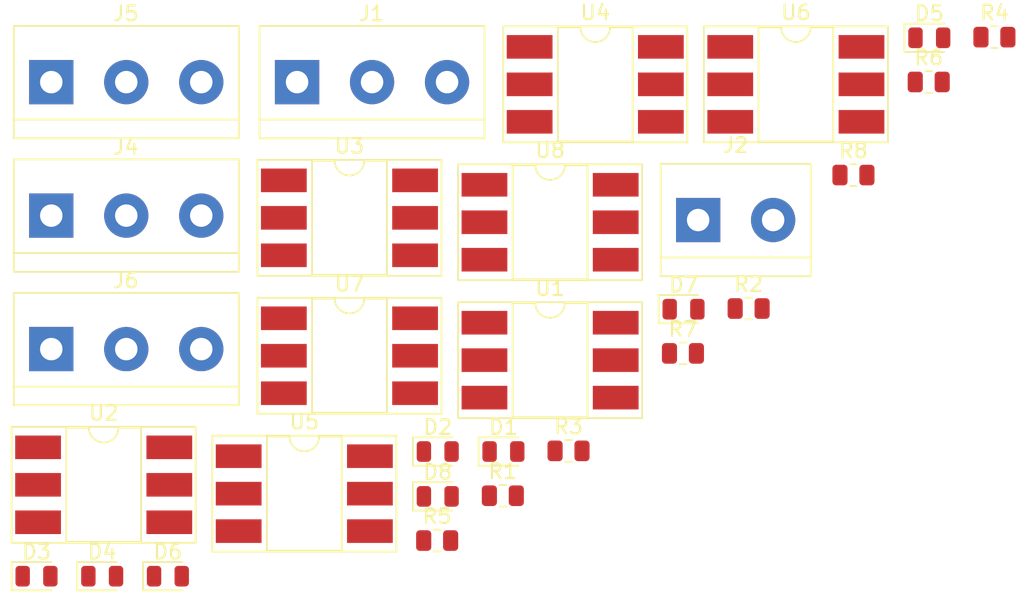
<source format=kicad_pcb>
(kicad_pcb (version 20211014) (generator pcbnew)
  (layers (0 "F.Cu" signal) (31 "B.Cu" signal) (34 "B.Paste" user) (35 "F.Paste" user) (36 "B.SilkS" user "B.Silkscreen") (37 "F.SilkS" user "F.Silkscreen") (38 "B.Mask" user) (39 "F.Mask" user) (44 "Edge.Cuts" user))
  (net 0 "")
  (net 1 "Net-(D1-Pad1)")
  (net 2 "Net-(D1-Pad2)")
  (net 3 "Net-(D2-Pad1)")
  (net 4 "Net-(D2-Pad2)")
  (net 5 "Net-(D3-Pad1)")
  (net 6 "Net-(D3-Pad2)")
  (net 7 "Net-(D4-Pad1)")
  (net 8 "Net-(D4-Pad2)")
  (net 9 "Net-(D5-Pad1)")
  (net 10 "Net-(D5-Pad2)")
  (net 11 "Net-(D6-Pad1)")
  (net 12 "Net-(D6-Pad2)")
  (net 13 "Net-(D7-Pad1)")
  (net 14 "Net-(D7-Pad2)")
  (net 15 "Net-(D8-Pad1)")
  (net 16 "Net-(D8-Pad2)")
  (net 17 "Net-(J1-Pad1)")
  (net 18 "Net-(J1-Pad2)")
  (net 19 "Net-(J1-Pad3)")
  (net 20 "Net-(J2-Pad1)")
  (net 21 "Net-(J2-Pad2)")
  (net 22 "Net-(J5-Pad1)")
  (net 23 "Net-(J5-Pad2)")
  (net 24 "Net-(J6-Pad1)")
  (net 25 "Net-(J6-Pad2)")
  (net 26 "Net-(J4-Pad1)")
  (net 27 "Net-(J4-Pad2)")
  (net 28 "Net-(R1-Pad1)")
  (net 29 "Net-(R2-Pad1)")
  (net 30 "Net-(R3-Pad1)")
  (net 31 "Net-(R4-Pad1)")
  (net 32 "Net-(R5-Pad1)")
  (net 33 "Net-(R6-Pad1)")
  (net 34 "Net-(R7-Pad1)")
  (net 35 "Net-(R8-Pad1)")
  (net 52 "Net-(J4-Pad3)")
  (net 53 "Net-(J5-Pad3)")
  (net 54 "Net-(J6-Pad3)")
  (footprint "TerminalBlock:TerminalBlock_bornier-3_P5.08mm" (layer "F.Cu") (at 131.93 61.315)
    (fp_text reference "J5" (at 5.05 -4.65) (layer "F.SilkS"))
    (fp_text value "Screw_Terminal_01x03")
    (fp_line (start -2.54 3.81) (end 12.7 3.81) (layer "F.SilkS") (width 0.12))
    (fp_line (start -2.54 3.81) (end -2.54 -3.81) (layer "F.SilkS") (width 0.12))
    (fp_line (start -2.54 -3.81) (end 12.7 -3.81) (layer "F.SilkS") (width 0.12))
    (fp_line (start -2.54 2.54) (end 12.7 2.54) (layer "F.SilkS") (width 0.12))
    (fp_line (start 12.7 3.81) (end 12.7 -3.81) (layer "F.SilkS") (width 0.12))
    (pad "1" thru_hole rect (at 0 0) (size 3 3) (drill 1.52) (layers *.Cu *.Mask) (net 22 "Net-(J5-Pad1)"))
    (pad "2" thru_hole circle (at 5.08 0) (size 3 3) (drill 1.52) (layers *.Cu *.Mask) (net 23 "Net-(J5-Pad2)"))
    (pad "3" thru_hole circle (at 10.16 0) (size 3 3) (drill 1.52) (layers *.Cu *.Mask) (net 53 "Net-(J5-Pad3)"))
  )
  (footprint "Package_DIP:DIP-6_W8.89mm_SMDSocket_LongPads" (layer "F.Cu") (at 149.07 89.215)
    (fp_text reference "U5" (at 0 -4.87) (layer "F.SilkS"))
    (fp_text value "MOC3021M")
    (fp_line (start -6.235 -3.93) (end -6.235 3.93) (layer "F.SilkS") (width 0.12))
    (fp_line (start -2.535 3.87) (end 2.535 3.87) (layer "F.SilkS") (width 0.12))
    (fp_line (start 6.235 3.93) (end 6.235 -3.93) (layer "F.SilkS") (width 0.12))
    (fp_line (start 2.535 -3.87) (end 1 -3.87) (layer "F.SilkS") (width 0.12))
    (fp_line (start -1 -3.87) (end -2.535 -3.87) (layer "F.SilkS") (width 0.12))
    (fp_line (start -2.535 -3.87) (end -2.535 3.87) (layer "F.SilkS") (width 0.12))
    (fp_line (start 2.535 3.87) (end 2.535 -3.87) (layer "F.SilkS") (width 0.12))
    (fp_line (start 6.235 -3.93) (end -6.235 -3.93) (layer "F.SilkS") (width 0.12))
    (fp_line (start -6.235 3.93) (end 6.235 3.93) (layer "F.SilkS") (width 0.12))
    (fp_arc (start 1 -3.87) (mid 0 -2.87) (end -1 -3.87) (layer "F.SilkS") (width 0.12))
    (pad "1" smd rect (at -4.445 -2.54) (size 3.1 1.6) (layers "F.Cu" "F.Paste" "F.Mask") (net 32 "Net-(R5-Pad1)"))
    (pad "2" smd rect (at -4.445 0) (size 3.1 1.6) (layers "F.Cu" "F.Paste" "F.Mask") (net 21 "Net-(J2-Pad2)"))
    (pad "3" smd rect (at -4.445 2.54) (size 3.1 1.6) (layers "F.Cu" "F.Paste" "F.Mask"))
    (pad "4" smd rect (at 4.445 2.54) (size 3.1 1.6) (layers "F.Cu" "F.Paste" "F.Mask") (net 53 "Net-(J5-Pad3)"))
    (pad "5" smd rect (at 4.445 0) (size 3.1 1.6) (layers "F.Cu" "F.Paste" "F.Mask"))
    (pad "6" smd rect (at 4.445 -2.54) (size 3.1 1.6) (layers "F.Cu" "F.Paste" "F.Mask") (net 22 "Net-(J5-Pad1)"))
  )
  (footprint "TerminalBlock:TerminalBlock_bornier-3_P5.08mm" (layer "F.Cu") (at 148.58 61.315)
    (fp_text reference "J1" (at 5.05 -4.65) (layer "F.SilkS"))
    (fp_text value "Screw_Terminal_01x03")
    (fp_line (start -2.54 2.54) (end 12.7 2.54) (layer "F.SilkS") (width 0.12))
    (fp_line (start 12.7 3.81) (end 12.7 -3.81) (layer "F.SilkS") (width 0.12))
    (fp_line (start -2.54 3.81) (end 12.7 3.81) (layer "F.SilkS") (width 0.12))
    (fp_line (start -2.54 3.81) (end -2.54 -3.81) (layer "F.SilkS") (width 0.12))
    (fp_line (start -2.54 -3.81) (end 12.7 -3.81) (layer "F.SilkS") (width 0.12))
    (pad "1" thru_hole rect (at 0 0) (size 3 3) (drill 1.52) (layers *.Cu *.Mask) (net 17 "Net-(J1-Pad1)"))
    (pad "2" thru_hole circle (at 5.08 0) (size 3 3) (drill 1.52) (layers *.Cu *.Mask) (net 18 "Net-(J1-Pad2)"))
    (pad "3" thru_hole circle (at 10.16 0) (size 3 3) (drill 1.52) (layers *.Cu *.Mask) (net 19 "Net-(J1-Pad3)"))
  )
  (footprint "LED_SMD:LED_0805_2012Metric" (layer "F.Cu") (at 130.93 94.81)
    (fp_text reference "D3" (at 0 -1.65) (layer "F.SilkS"))
    (fp_text value "LED")
    (fp_line (start -1.685 -0.96) (end -1.685 0.96) (layer "F.SilkS") (width 0.12))
    (fp_line (start -1.685 0.96) (end 1 0.96) (layer "F.SilkS") (width 0.12))
    (fp_line (start 1 -0.96) (end -1.685 -0.96) (layer "F.SilkS") (width 0.12))
    (pad "1" smd roundrect (at -0.9375 0) (size 0.975 1.4) (layers "F.Cu" "F.Paste" "F.Mask") (net 5 "Net-(D3-Pad1)"))
    (pad "2" smd roundrect (at 0.9375 0) (size 0.975 1.4) (layers "F.Cu" "F.Paste" "F.Mask") (net 6 "Net-(D3-Pad2)"))
  )
  (footprint "Package_DIP:DIP-6_W8.89mm_SMDSocket_LongPads" (layer "F.Cu") (at 165.72 80.165)
    (fp_text reference "U1" (at 0 -4.87) (layer "F.SilkS"))
    (fp_text value "MOC3021M")
    (fp_line (start -6.235 3.93) (end 6.235 3.93) (layer "F.SilkS") (width 0.12))
    (fp_line (start -2.535 3.87) (end 2.535 3.87) (layer "F.SilkS") (width 0.12))
    (fp_line (start -6.235 -3.93) (end -6.235 3.93) (layer "F.SilkS") (width 0.12))
    (fp_line (start 2.535 3.87) (end 2.535 -3.87) (layer "F.SilkS") (width 0.12))
    (fp_line (start 6.235 3.93) (end 6.235 -3.93) (layer "F.SilkS") (width 0.12))
    (fp_line (start -1 -3.87) (end -2.535 -3.87) (layer "F.SilkS") (width 0.12))
    (fp_line (start 6.235 -3.93) (end -6.235 -3.93) (layer "F.SilkS") (width 0.12))
    (fp_line (start -2.535 -3.87) (end -2.535 3.87) (layer "F.SilkS") (width 0.12))
    (fp_line (start 2.535 -3.87) (end 1 -3.87) (layer "F.SilkS") (width 0.12))
    (fp_arc (start 1 -3.87) (mid 0 -2.87) (end -1 -3.87) (layer "F.SilkS") (width 0.12))
    (pad "1" smd rect (at -4.445 -2.54) (size 3.1 1.6) (layers "F.Cu" "F.Paste" "F.Mask") (net 28 "Net-(R1-Pad1)"))
    (pad "2" smd rect (at -4.445 0) (size 3.1 1.6) (layers "F.Cu" "F.Paste" "F.Mask") (net 21 "Net-(J2-Pad2)"))
    (pad "3" smd rect (at -4.445 2.54) (size 3.1 1.6) (layers "F.Cu" "F.Paste" "F.Mask"))
    (pad "4" smd rect (at 4.445 2.54) (size 3.1 1.6) (layers "F.Cu" "F.Paste" "F.Mask") (net 19 "Net-(J1-Pad3)"))
    (pad "5" smd rect (at 4.445 0) (size 3.1 1.6) (layers "F.Cu" "F.Paste" "F.Mask"))
    (pad "6" smd rect (at 4.445 -2.54) (size 3.1 1.6) (layers "F.Cu" "F.Paste" "F.Mask") (net 17 "Net-(J1-Pad1)"))
  )
  (footprint "Resistor_SMD:R_0805_2012Metric" (layer "F.Cu") (at 195.82 58.265)
    (fp_text reference "R4" (at 0 -1.65) (layer "F.SilkS"))
    (fp_text value "R_US")
    (fp_line (start -0.227064 0.735) (end 0.227064 0.735) (layer "F.SilkS") (width 0.12))
    (fp_line (start -0.227064 -0.735) (end 0.227064 -0.735) (layer "F.SilkS") (width 0.12))
    (pad "1" smd roundrect (at -0.9125 0) (size 1.025 1.4) (layers "F.Cu" "F.Paste" "F.Mask") (roundrect_rratio 0.243902) (net 31 "Net-(R4-Pad1)"))
    (pad "2" smd roundrect (at 0.9125 0) (size 1.025 1.4) (layers "F.Cu" "F.Paste" "F.Mask") (roundrect_rratio 0.243902) (net 7 "Net-(D4-Pad1)"))
  )
  (footprint "Resistor_SMD:R_0805_2012Metric" (layer "F.Cu") (at 162.52 89.355)
    (fp_text reference "R1" (at 0 -1.65) (layer "F.SilkS"))
    (fp_text value "R_US")
    (fp_line (start -0.227064 0.735) (end 0.227064 0.735) (layer "F.SilkS") (width 0.12))
    (fp_line (start -0.227064 -0.735) (end 0.227064 -0.735) (layer "F.SilkS") (width 0.12))
    (pad "1" smd roundrect (at -0.9125 0) (size 1.025 1.4) (layers "F.Cu" "F.Paste" "F.Mask") (roundrect_rratio 0.243902) (net 28 "Net-(R1-Pad1)"))
    (pad "2" smd roundrect (at 0.9125 0) (size 1.025 1.4) (layers "F.Cu" "F.Paste" "F.Mask") (roundrect_rratio 0.243902) (net 1 "Net-(D1-Pad1)"))
  )
  (footprint "LED_SMD:LED_0805_2012Metric" (layer "F.Cu") (at 158.11 86.36)
    (fp_text reference "D2" (at 0 -1.65) (layer "F.SilkS"))
    (fp_text value "LED")
    (fp_line (start -1.685 0.96) (end 1 0.96) (layer "F.SilkS") (width 0.12))
    (fp_line (start 1 -0.96) (end -1.685 -0.96) (layer "F.SilkS") (width 0.12))
    (fp_line (start -1.685 -0.96) (end -1.685 0.96) (layer "F.SilkS") (width 0.12))
    (pad "1" smd roundrect (at -0.9375 0) (size 0.975 1.4) (layers "F.Cu" "F.Paste" "F.Mask") (net 3 "Net-(D2-Pad1)"))
    (pad "2" smd roundrect (at 0.9375 0) (size 0.975 1.4) (layers "F.Cu" "F.Paste" "F.Mask") (net 4 "Net-(D2-Pad2)"))
  )
  (footprint "Package_DIP:DIP-6_W8.89mm_SMDSocket_LongPads" (layer "F.Cu") (at 152.13 70.515)
    (fp_text reference "U3" (at 0 -4.87) (layer "F.SilkS"))
    (fp_text value "MOC3021M")
    (fp_line (start -2.535 3.87) (end 2.535 3.87) (layer "F.SilkS") (width 0.12))
    (fp_line (start 2.535 3.87) (end 2.535 -3.87) (layer "F.SilkS") (width 0.12))
    (fp_line (start 2.535 -3.87) (end 1 -3.87) (layer "F.SilkS") (width 0.12))
    (fp_line (start 6.235 3.93) (end 6.235 -3.93) (layer "F.SilkS") (width 0.12))
    (fp_line (start -1 -3.87) (end -2.535 -3.87) (layer "F.SilkS") (width 0.12))
    (fp_line (start -6.235 -3.93) (end -6.235 3.93) (layer "F.SilkS") (width 0.12))
    (fp_line (start 6.235 -3.93) (end -6.235 -3.93) (layer "F.SilkS") (width 0.12))
    (fp_line (start -2.535 -3.87) (end -2.535 3.87) (layer "F.SilkS") (width 0.12))
    (fp_line (start -6.235 3.93) (end 6.235 3.93) (layer "F.SilkS") (width 0.12))
    (fp_arc (start 1 -3.87) (mid 0 -2.87) (end -1 -3.87) (layer "F.SilkS") (width 0.12))
    (pad "1" smd rect (at -4.445 -2.54) (size 3.1 1.6) (layers "F.Cu" "F.Paste" "F.Mask") (net 30 "Net-(R3-Pad1)"))
    (pad "2" smd rect (at -4.445 0) (size 3.1 1.6) (layers "F.Cu" "F.Paste" "F.Mask") (net 21 "Net-(J2-Pad2)"))
    (pad "3" smd rect (at -4.445 2.54) (size 3.1 1.6) (layers "F.Cu" "F.Paste" "F.Mask"))
    (pad "4" smd rect (at 4.445 2.54) (size 3.1 1.6) (layers "F.Cu" "F.Paste" "F.Mask") (net 52 "Net-(J4-Pad3)"))
    (pad "5" smd rect (at 4.445 0) (size 3.1 1.6) (layers "F.Cu" "F.Paste" "F.Mask"))
    (pad "6" smd rect (at 4.445 -2.54) (size 3.1 1.6) (layers "F.Cu" "F.Paste" "F.Mask") (net 26 "Net-(J4-Pad1)"))
  )
  (footprint "Resistor_SMD:R_0805_2012Metric" (layer "F.Cu") (at 166.97 86.315)
    (fp_text reference "R3" (at 0 -1.65) (layer "F.SilkS"))
    (fp_text value "R_US")
    (fp_line (start -0.227064 -0.735) (end 0.227064 -0.735) (layer "F.SilkS") (width 0.12))
    (fp_line (start -0.227064 0.735) (end 0.227064 0.735) (layer "F.SilkS") (width 0.12))
    (pad "1" smd roundrect (at -0.9125 0) (size 1.025 1.4) (layers "F.Cu" "F.Paste" "F.Mask") (roundrect_rratio 0.243902) (net 30 "Net-(R3-Pad1)"))
    (pad "2" smd roundrect (at 0.9125 0) (size 1.025 1.4) (layers "F.Cu" "F.Paste" "F.Mask") (roundrect_rratio 0.243902) (net 5 "Net-(D3-Pad1)"))
  )
  (footprint "LED_SMD:LED_0805_2012Metric" (layer "F.Cu") (at 174.76 76.71)
    (fp_text reference "D7" (at 0 -1.65) (layer "F.SilkS"))
    (fp_text value "LED")
    (fp_line (start -1.685 0.96) (end 1 0.96) (layer "F.SilkS") (width 0.12))
    (fp_line (start -1.685 -0.96) (end -1.685 0.96) (layer "F.SilkS") (width 0.12))
    (fp_line (start 1 -0.96) (end -1.685 -0.96) (layer "F.SilkS") (width 0.12))
    (pad "1" smd roundrect (at -0.9375 0) (size 0.975 1.4) (layers "F.Cu" "F.Paste" "F.Mask") (net 13 "Net-(D7-Pad1)"))
    (pad "2" smd roundrect (at 0.9375 0) (size 0.975 1.4) (layers "F.Cu" "F.Paste" "F.Mask") (net 14 "Net-(D7-Pad2)"))
  )
  (footprint "LED_SMD:LED_0805_2012Metric" (layer "F.Cu") (at 162.56 86.36)
    (fp_text reference "D1" (at 0 -1.65) (layer "F.SilkS"))
    (fp_text value "LED")
    (fp_line (start -1.685 -0.96) (end -1.685 0.96) (layer "F.SilkS") (width 0.12))
    (fp_line (start -1.685 0.96) (end 1 0.96) (layer "F.SilkS") (width 0.12))
    (fp_line (start 1 -0.96) (end -1.685 -0.96) (layer "F.SilkS") (width 0.12))
    (pad "1" smd roundrect (at -0.9375 0) (size 0.975 1.4) (layers "F.Cu" "F.Paste" "F.Mask") (net 1 "Net-(D1-Pad1)"))
    (pad "2" smd roundrect (at 0.9375 0) (size 0.975 1.4) (layers "F.Cu" "F.Paste" "F.Mask") (net 2 "Net-(D1-Pad2)"))
  )
  (footprint "LED_SMD:LED_0805_2012Metric" (layer "F.Cu") (at 139.83 94.81)
    (fp_text reference "D6" (at 0 -1.65) (layer "F.SilkS"))
    (fp_text value "LED")
    (fp_line (start -1.685 0.96) (end 1 0.96) (layer "F.SilkS") (width 0.12))
    (fp_line (start 1 -0.96) (end -1.685 -0.96) (layer "F.SilkS") (width 0.12))
    (fp_line (start -1.685 -0.96) (end -1.685 0.96) (layer "F.SilkS") (width 0.12))
    (pad "1" smd roundrect (at -0.9375 0) (size 0.975 1.4) (layers "F.Cu" "F.Paste" "F.Mask") (net 11 "Net-(D6-Pad1)"))
    (pad "2" smd roundrect (at 0.9375 0) (size 0.975 1.4) (layers "F.Cu" "F.Paste" "F.Mask") (net 12 "Net-(D6-Pad2)"))
  )
  (footprint "TerminalBlock:TerminalBlock_bornier-2_P5.08mm" (layer "F.Cu") (at 175.75 70.665)
    (fp_text reference "J2" (at 2.54 -5.08) (layer "F.SilkS"))
    (fp_text value "Screw_Terminal_01x02")
    (fp_line (start -2.54 -3.81) (end -2.54 3.81) (layer "F.SilkS") (width 0.12))
    (fp_line (start 7.62 3.81) (end 7.62 -3.81) (layer "F.SilkS") (width 0.12))
    (fp_line (start 7.62 -3.81) (end -2.54 -3.81) (layer "F.SilkS") (width 0.12))
    (fp_line (start 7.62 2.54) (end -2.54 2.54) (layer "F.SilkS") (width 0.12))
    (fp_line (start -2.54 3.81) (end 7.62 3.81) (layer "F.SilkS") (width 0.12))
    (pad "1" thru_hole rect (at 0 0) (size 3 3) (drill 1.52) (layers *.Cu *.Mask) (net 20 "Net-(J2-Pad1)"))
    (pad "2" thru_hole circle (at 5.08 0) (size 3 3) (drill 1.52) (layers *.Cu *.Mask) (net 21 "Net-(J2-Pad2)"))
  )
  (footprint "Resistor_SMD:R_0805_2012Metric" (layer "F.Cu") (at 158.07 92.395)
    (fp_text reference "R5" (at 0 -1.65) (layer "F.SilkS"))
    (fp_text value "R_US")
    (fp_line (start -0.227064 0.735) (end 0.227064 0.735) (layer "F.SilkS") (width 0.12))
    (fp_line (start -0.227064 -0.735) (end 0.227064 -0.735) (layer "F.SilkS") (width 0.12))
    (pad "1" smd roundrect (at -0.9125 0) (size 1.025 1.4) (layers "F.Cu" "F.Paste" "F.Mask") (roundrect_rratio 0.243902) (net 32 "Net-(R5-Pad1)"))
    (pad "2" smd roundrect (at 0.9125 0) (size 1.025 1.4) (layers "F.Cu" "F.Paste" "F.Mask") (roundrect_rratio 0.243902) (net 9 "Net-(D5-Pad1)"))
  )
  (footprint "LED_SMD:LED_0805_2012Metric" (layer "F.Cu") (at 135.38 94.81)
    (fp_text reference "D4" (at 0 -1.65) (layer "F.SilkS"))
    (fp_text value "LED")
    (fp_line (start 1 -0.96) (end -1.685 -0.96) (layer "F.SilkS") (width 0.12))
    (fp_line (start -1.685 0.96) (end 1 0.96) (layer "F.SilkS") (width 0.12))
    (fp_line (start -1.685 -0.96) (end -1.685 0.96) (layer "F.SilkS") (width 0.12))
    (pad "1" smd roundrect (at -0.9375 0) (size 0.975 1.4) (layers "F.Cu" "F.Paste" "F.Mask") (net 7 "Net-(D4-Pad1)"))
    (pad "2" smd roundrect (at 0.9375 0) (size 0.975 1.4) (layers "F.Cu" "F.Paste" "F.Mask") (net 8 "Net-(D4-Pad2)"))
  )
  (footprint "TerminalBlock:TerminalBlock_bornier-3_P5.08mm" (layer "F.Cu") (at 131.93 79.415)
    (fp_text reference "J6" (at 5.05 -4.65) (layer "F.SilkS"))
    (fp_text value "Screw_Terminal_01x03")
    (fp_line (start -2.54 3.81) (end 12.7 3.81) (layer "F.SilkS") (width 0.12))
    (fp_line (start -2.54 3.81) (end -2.54 -3.81) (layer "F.SilkS") (width 0.12))
    (fp_line (start -2.54 2.54) (end 12.7 2.54) (layer "F.SilkS") (width 0.12))
    (fp_line (start 12.7 3.81) (end 12.7 -3.81) (layer "F.SilkS") (width 0.12))
    (fp_line (start -2.54 -3.81) (end 12.7 -3.81) (layer "F.SilkS") (width 0.12))
    (pad "1" thru_hole rect (at 0 0) (size 3 3) (drill 1.52) (layers *.Cu *.Mask) (net 24 "Net-(J6-Pad1)"))
    (pad "2" thru_hole circle (at 5.08 0) (size 3 3) (drill 1.52) (layers *.Cu *.Mask) (net 25 "Net-(J6-Pad2)"))
    (pad "3" thru_hole circle (at 10.16 0) (size 3 3) (drill 1.52) (layers *.Cu *.Mask) (net 54 "Net-(J6-Pad3)"))
  )
  (footprint "Package_DIP:DIP-6_W8.89mm_SMDSocket_LongPads" (layer "F.Cu") (at 182.37 61.465)
    (fp_text reference "U6" (at 0 -4.87) (layer "F.SilkS"))
    (fp_text value "MOC3021M")
    (fp_line (start 2.535 3.87) (end 2.535 -3.87) (layer "F.SilkS") (width 0.12))
    (fp_line (start -6.235 3.93) (end 6.235 3.93) (layer "F.SilkS") (width 0.12))
    (fp_line (start 6.235 3.93) (end 6.235 -3.93) (layer "F.SilkS") (width 0.12))
    (fp_line (start 6.235 -3.93) (end -6.235 -3.93) (layer "F.SilkS") (width 0.12))
    (fp_line (start 2.535 -3.87) (end 1 -3.87) (layer "F.SilkS") (width 0.12))
    (fp_line (start -1 -3.87) (end -2.535 -3.87) (layer "F.SilkS") (width 0.12))
    (fp_line (start -2.535 -3.87) (end -2.535 3.87) (layer "F.SilkS") (width 0.12))
    (fp_line (start -6.235 -3.93) (end -6.235 3.93) (layer "F.SilkS") (width 0.12))
    (fp_line (start -2.535 3.87) (end 2.535 3.87) (layer "F.SilkS") (width 0.12))
    (fp_arc (start 1 -3.87) (mid 0 -2.87) (end -1 -3.87) (layer "F.SilkS") (width 0.12))
    (pad "1" smd rect (at -4.445 -2.54) (size 3.1 1.6) (layers "F.Cu" "F.Paste" "F.Mask") (net 33 "Net-(R6-Pad1)"))
    (pad "2" smd rect (at -4.445 0) (size 3.1 1.6) (layers "F.Cu" "F.Paste" "F.Mask") (net 21 "Net-(J2-Pad2)"))
    (pad "3" smd rect (at -4.445 2.54) (size 3.1 1.6) (layers "F.Cu" "F.Paste" "F.Mask"))
    (pad "4" smd rect (at 4.445 2.54) (size 3.1 1.6) (layers "F.Cu" "F.Paste" "F.Mask") (net 53 "Net-(J5-Pad3)"))
    (pad "5" smd rect (at 4.445 0) (size 3.1 1.6) (layers "F.Cu" "F.Paste" "F.Mask"))
    (pad "6" smd rect (at 4.445 -2.54) (size 3.1 1.6) (layers "F.Cu" "F.Paste" "F.Mask") (net 23 "Net-(J5-Pad2)"))
  )
  (footprint "Resistor_SMD:R_0805_2012Metric" (layer "F.Cu") (at 186.27 67.615)
    (fp_text reference "R8" (at 0 -1.65) (layer "F.SilkS"))
    (fp_text value "R_US")
    (fp_line (start -0.227064 -0.735) (end 0.227064 -0.735) (layer "F.SilkS") (width 0.12))
    (fp_line (start -0.227064 0.735) (end 0.227064 0.735) (layer "F.SilkS") (width 0.12))
    (pad "1" smd roundrect (at -0.9125 0) (size 1.025 1.4) (layers "F.Cu" "F.Paste" "F.Mask") (roundrect_rratio 0.243902) (net 35 "Net-(R8-Pad1)"))
    (pad "2" smd roundrect (at 0.9125 0) (size 1.025 1.4) (layers "F.Cu" "F.Paste" "F.Mask") (roundrect_rratio 0.243902) (net 15 "Net-(D8-Pad1)"))
  )
  (footprint "Package_DIP:DIP-6_W8.89mm_SMDSocket_LongPads" (layer "F.Cu") (at 152.13 79.865)
    (fp_text reference "U7" (at 0 -4.87) (layer "F.SilkS"))
    (fp_text value "MOC3021M")
    (fp_line (start -6.235 -3.93) (end -6.235 3.93) (layer "F.SilkS") (width 0.12))
    (fp_line (start -2.535 -3.87) (end -2.535 3.87) (layer "F.SilkS") (width 0.12))
    (fp_line (start 2.535 3.87) (end 2.535 -3.87) (layer "F.SilkS") (width 0.12))
    (fp_line (start 6.235 3.93) (end 6.235 -3.93) (layer "F.SilkS") (width 0.12))
    (fp_line (start 6.235 -3.93) (end -6.235 -3.93) (layer "F.SilkS") (width 0.12))
    (fp_line (start -6.235 3.93) (end 6.235 3.93) (layer "F.SilkS") (width 0.12))
    (fp_line (start 2.535 -3.87) (end 1 -3.87) (layer "F.SilkS") (width 0.12))
    (fp_line (start -1 -3.87) (end -2.535 -3.87) (layer "F.SilkS") (width 0.12))
    (fp_line (start -2.535 3.87) (end 2.535 3.87) (layer "F.SilkS") (width 0.12))
    (fp_arc (start 1 -3.87) (mid 0 -2.87) (end -1 -3.87) (layer "F.SilkS") (width 0.12))
    (pad "1" smd rect (at -4.445 -2.54) (size 3.1 1.6) (layers "F.Cu" "F.Paste" "F.Mask") (net 34 "Net-(R7-Pad1)"))
    (pad "2" smd rect (at -4.445 0) (size 3.1 1.6) (layers "F.Cu" "F.Paste" "F.Mask") (net 21 "Net-(J2-Pad2)"))
    (pad "3" smd rect (at -4.445 2.54) (size 3.1 1.6) (layers "F.Cu" "F.Paste" "F.Mask"))
    (pad "4" smd rect (at 4.445 2.54) (size 3.1 1.6) (layers "F.Cu" "F.Paste" "F.Mask") (net 54 "Net-(J6-Pad3)"))
    (pad "5" smd rect (at 4.445 0) (size 3.1 1.6) (layers "F.Cu" "F.Paste" "F.Mask"))
    (pad "6" smd rect (at 4.445 -2.54) (size 3.1 1.6) (layers "F.Cu" "F.Paste" "F.Mask") (net 24 "Net-(J6-Pad1)"))
  )
  (footprint "Resistor_SMD:R_0805_2012Metric" (layer "F.Cu") (at 191.37 61.305)
    (fp_text reference "R6" (at 0 -1.65) (layer "F.SilkS"))
    (fp_text value "R_US")
    (fp_line (start -0.227064 -0.735) (end 0.227064 -0.735) (layer "F.SilkS") (width 0.12))
    (fp_line (start -0.227064 0.735) (end 0.227064 0.735) (layer "F.SilkS") (width 0.12))
    (pad "1" smd roundrect (at -0.9125 0) (size 1.025 1.4) (layers "F.Cu" "F.Paste" "F.Mask") (roundrect_rratio 0.243902) (net 33 "Net-(R6-Pad1)"))
    (pad "2" smd roundrect (at 0.9125 0) (size 1.025 1.4) (layers "F.Cu" "F.Paste" "F.Mask") (roundrect_rratio 0.243902) (net 11 "Net-(D6-Pad1)"))
  )
  (footprint "Resistor_SMD:R_0805_2012Metric" (layer "F.Cu") (at 179.17 76.665)
    (fp_text reference "R2" (at 0 -1.65) (layer "F.SilkS"))
    (fp_text value "R_US")
    (fp_line (start -0.227064 -0.735) (end 0.227064 -0.735) (layer "F.SilkS") (width 0.12))
    (fp_line (start -0.227064 0.735) (end 0.227064 0.735) (layer "F.SilkS") (width 0.12))
    (pad "1" smd roundrect (at -0.9125 0) (size 1.025 1.4) (layers "F.Cu" "F.Paste" "F.Mask") (roundrect_rratio 0.243902) (net 29 "Net-(R2-Pad1)"))
    (pad "2" smd roundrect (at 0.9125 0) (size 1.025 1.4) (layers "F.Cu" "F.Paste" "F.Mask") (roundrect_rratio 0.243902) (net 3 "Net-(D2-Pad1)"))
  )
  (footprint "TerminalBlock:TerminalBlock_bornier-3_P5.08mm" (layer "F.Cu") (at 131.93 70.365)
    (fp_text reference "J4" (at 5.05 -4.65) (layer "F.SilkS"))
    (fp_text value "Screw_Terminal_01x03")
    (fp_line (start -2.54 2.54) (end 12.7 2.54) (layer "F.SilkS") (width 0.12))
    (fp_line (start 12.7 3.81) (end 12.7 -3.81) (layer "F.SilkS") (width 0.12))
    (fp_line (start -2.54 3.81) (end 12.7 3.81) (layer "F.SilkS") (width 0.12))
    (fp_line (start -2.54 -3.81) (end 12.7 -3.81) (layer "F.SilkS") (width 0.12))
    (fp_line (start -2.54 3.81) (end -2.54 -3.81) (layer "F.SilkS") (width 0.12))
    (pad "1" thru_hole rect (at 0 0) (size 3 3) (drill 1.52) (layers *.Cu *.Mask) (net 26 "Net-(J4-Pad1)"))
    (pad "2" thru_hole circle (at 5.08 0) (size 3 3) (drill 1.52) (layers *.Cu *.Mask) (net 27 "Net-(J4-Pad2)"))
    (pad "3" thru_hole circle (at 10.16 0) (size 3 3) (drill 1.52) (layers *.Cu *.Mask) (net 52 "Net-(J4-Pad3)"))
  )
  (footprint "Resistor_SMD:R_0805_2012Metric" (layer "F.Cu") (at 174.72 79.705)
    (fp_text reference "R7" (at 0 -1.65) (layer "F.SilkS"))
    (fp_text value "R_US")
    (fp_line (start -0.227064 -0.735) (end 0.227064 -0.735) (layer "F.SilkS") (width 0.12))
    (fp_line (start -0.227064 0.735) (end 0.227064 0.735) (layer "F.SilkS") (width 0.12))
    (pad "1" smd roundrect (at -0.9125 0) (size 1.025 1.4) (layers "F.Cu" "F.Paste" "F.Mask") (roundrect_rratio 0.243902) (net 34 "Net-(R7-Pad1)"))
    (pad "2" smd roundrect (at 0.9125 0) (size 1.025 1.4) (layers "F.Cu" "F.Paste" "F.Mask") (roundrect_rratio 0.243902) (net 13 "Net-(D7-Pad1)"))
  )
  (footprint "Package_DIP:DIP-6_W8.89mm_SMDSocket_LongPads" (layer "F.Cu") (at 168.78 61.465)
    (fp_text reference "U4" (at 0 -4.87) (layer "F.SilkS"))
    (fp_text value "MOC3021M")
    (fp_line (start -6.235 3.93) (end 6.235 3.93) (layer "F.SilkS") (width 0.12))
    (fp_line (start -1 -3.87) (end -2.535 -3.87) (layer "F.SilkS") (width 0.12))
    (fp_line (start -2.535 3.87) (end 2.535 3.87) (layer "F.SilkS") (width 0.12))
    (fp_line (start 6.235 3.93) (end 6.235 -3.93) (layer "F.SilkS") (width 0.12))
    (fp_line (start -6.235 -3.93) (end -6.235 3.93) (layer "F.SilkS") (width 0.12))
    (fp_line (start 6.235 -3.93) (end -6.235 -3.93) (layer "F.SilkS") (width 0.12))
    (fp_line (start 2.535 3.87) (end 2.535 -3.87) (layer "F.SilkS") (width 0.12))
    (fp_line (start -2.535 -3.87) (end -2.535 3.87) (layer "F.SilkS") (width 0.12))
    (fp_line (start 2.535 -3.87) (end 1 -3.87) (layer "F.SilkS") (width 0.12))
    (fp_arc (start 1 -3.87) (mid 0 -2.87) (end -1 -3.87) (layer "F.SilkS") (width 0.12))
    (pad "1" smd rect (at -4.445 -2.54) (size 3.1 1.6) (layers "F.Cu" "F.Paste" "F.Mask") (net 31 "Net-(R4-Pad1)"))
    (pad "2" smd rect (at -4.445 0) (size 3.1 1.6) (layers "F.Cu" "F.Paste" "F.Mask") (net 21 "Net-(J2-Pad2)"))
    (pad "3" smd rect (at -4.445 2.54) (size 3.1 1.6) (layers "F.Cu" "F.Paste" "F.Mask"))
    (pad "4" smd rect (at 4.445 2.54) (size 3.1 1.6) (layers "F.Cu" "F.Paste" "F.Mask") (net 52 "Net-(J4-Pad3)"))
    (pad "5" smd rect (at 4.445 0) (size 3.1 1.6) (layers "F.Cu" "F.Paste" "F.Mask"))
    (pad "6" smd rect (at 4.445 -2.54) (size 3.1 1.6) (layers "F.Cu" "F.Paste" "F.Mask") (net 27 "Net-(J4-Pad2)"))
  )
  (footprint "LED_SMD:LED_0805_2012Metric" (layer "F.Cu") (at 158.11 89.4)
    (fp_text reference "D8" (at 0 -1.65) (layer "F.SilkS"))
    (fp_text value "LED")
    (fp_line (start -1.685 -0.96) (end -1.685 0.96) (layer "F.SilkS") (width 0.12))
    (fp_line (start -1.685 0.96) (end 1 0.96) (layer "F.SilkS") (width 0.12))
    (fp_line (start 1 -0.96) (end -1.685 -0.96) (layer "F.SilkS") (width 0.12))
    (pad "1" smd roundrect (at -0.9375 0) (size 0.975 1.4) (layers "F.Cu" "F.Paste" "F.Mask") (net 15 "Net-(D8-Pad1)"))
    (pad "2" smd roundrect (at 0.9375 0) (size 0.975 1.4) (layers "F.Cu" "F.Paste" "F.Mask") (net 16 "Net-(D8-Pad2)"))
  )
  (footprint "LED_SMD:LED_0805_2012Metric" (layer "F.Cu") (at 191.41 58.31)
    (fp_text reference "D5" (at 0 -1.65) (layer "F.SilkS"))
    (fp_text value "LED")
    (fp_line (start -1.685 0.96) (end 1 0.96) (layer "F.SilkS") (width 0.12))
    (fp_line (start -1.685 -0.96) (end -1.685 0.96) (layer "F.SilkS") (width 0.12))
    (fp_line (start 1 -0.96) (end -1.685 -0.96) (layer "F.SilkS") (width 0.12))
    (pad "1" smd roundrect (at -0.9375 0) (size 0.975 1.4) (layers "F.Cu" "F.Paste" "F.Mask") (net 9 "Net-(D5-Pad1)"))
    (pad "2" smd roundrect (at 0.9375 0) (size 0.975 1.4) (layers "F.Cu" "F.Paste" "F.Mask") (net 10 "Net-(D5-Pad2)"))
  )
  (footprint "Package_DIP:DIP-6_W8.89mm_SMDSocket_LongPads" (layer "F.Cu") (at 135.48 88.615)
    (fp_text reference "U2" (at 0 -4.87) (layer "F.SilkS"))
    (fp_text value "MOC3021M")
    (fp_line (start 6.235 -3.93) (end -6.235 -3.93) (layer "F.SilkS") (width 0.12))
    (fp_line (start -6.235 3.93) (end 6.235 3.93) (layer "F.SilkS") (width 0.12))
    (fp_line (start -1 -3.87) (end -2.535 -3.87) (layer "F.SilkS") (width 0.12))
    (fp_line (start -2.535 -3.87) (end -2.535 3.87) (layer "F.SilkS") (width 0.12))
    (fp_line (start 6.235 3.93) (end 6.235 -3.93) (layer "F.SilkS") (width 0.12))
    (fp_line (start 2.535 3.87) (end 2.535 -3.87) (layer "F.SilkS") (width 0.12))
    (fp_line (start -2.535 3.87) (end 2.535 3.87) (layer "F.SilkS") (width 0.12))
    (fp_line (start 2.535 -3.87) (end 1 -3.87) (layer "F.SilkS") (width 0.12))
    (fp_line (start -6.235 -3.93) (end -6.235 3.93) (layer "F.SilkS") (width 0.12))
    (fp_arc (start 1 -3.87) (mid 0 -2.87) (end -1 -3.87) (layer "F.SilkS") (width 0.12))
    (pad "1" smd rect (at -4.445 -2.54) (size 3.1 1.6) (layers "F.Cu" "F.Paste" "F.Mask") (net 29 "Net-(R2-Pad1)"))
    (pad "2" smd rect (at -4.445 0) (size 3.1 1.6) (layers "F.Cu" "F.Paste" "F.Mask") (net 21 "Net-(J2-Pad2)"))
    (pad "3" smd rect (at -4.445 2.54) (size 3.1 1.6) (layers "F.Cu" "F.Paste" "F.Mask"))
    (pad "4" smd rect (at 4.445 2.54) (size 3.1 1.6) (layers "F.Cu" "F.Paste" "F.Mask") (net 19 "Net-(J1-Pad3)"))
    (pad "5" smd rect (at 4.445 0) (size 3.1 1.6) (layers "F.Cu" "F.Paste" "F.Mask"))
    (pad "6" smd rect (at 4.445 -2.54) (size 3.1 1.6) (layers "F.Cu" "F.Paste" "F.Mask") (net 18 "Net-(J1-Pad2)"))
  )
  (footprint "Package_DIP:DIP-6_W8.89mm_SMDSocket_LongPads" (layer "F.Cu") (at 165.72 70.815)
    (fp_text reference "U8" (at 0 -4.87) (layer "F.SilkS"))
    (fp_text value "MOC3021M")
    (fp_line (start 6.235 -3.93) (end -6.235 -3.93) (layer "F.SilkS") (width 0.12))
    (fp_line (start 6.235 3.93) (end 6.235 -3.93) (layer "F.SilkS") (width 0.12))
    (fp_line (start -2.535 -3.87) (end -2.535 3.87) (layer "F.SilkS") (width 0.12))
    (fp_line (start -2.535 3.87) (end 2.535 3.87) (layer "F.SilkS") (width 0.12))
    (fp_line (start -6.235 -3.93) (end -6.235 3.93) (layer "F.SilkS") (width 0.12))
    (fp_line (start -1 -3.87) (end -2.535 -3.87) (layer "F.SilkS") (width 0.12))
    (fp_line (start 2.535 -3.87) (end 1 -3.87) (layer "F.SilkS") (width 0.12))
    (fp_line (start -6.235 3.93) (end 6.235 3.93) (layer "F.SilkS") (width 0.12))
    (fp_line (start 2.535 3.87) (end 2.535 -3.87) (layer "F.SilkS") (width 0.12))
    (fp_arc (start 1 -3.87) (mid 0 -2.87) (end -1 -3.87) (layer "F.SilkS") (width 0.12))
    (pad "1" smd rect (at -4.445 -2.54) (size 3.1 1.6) (layers "F.Cu" "F.Paste" "F.Mask") (net 35 "Net-(R8-Pad1)"))
    (pad "2" smd rect (at -4.445 0) (size 3.1 1.6) (layers "F.Cu" "F.Paste" "F.Mask") (net 21 "Net-(J2-Pad2)"))
    (pad "3" smd rect (at -4.445 2.54) (size 3.1 1.6) (layers "F.Cu" "F.Paste" "F.Mask"))
    (pad "4" smd rect (at 4.445 2.54) (size 3.1 1.6) (layers "F.Cu" "F.Paste" "F.Mask") (net 54 "Net-(J6-Pad3)"))
    (pad "5" smd rect (at 4.445 0) (size 3.1 1.6) (layers "F.Cu" "F.Paste" "F.Mask"))
    (pad "6" smd rect (at 4.445 -2.54) (size 3.1 1.6) (layers "F.Cu" "F.Paste" "F.Mask") (net 25 "Net-(J6-Pad2)"))
  )
)
</source>
